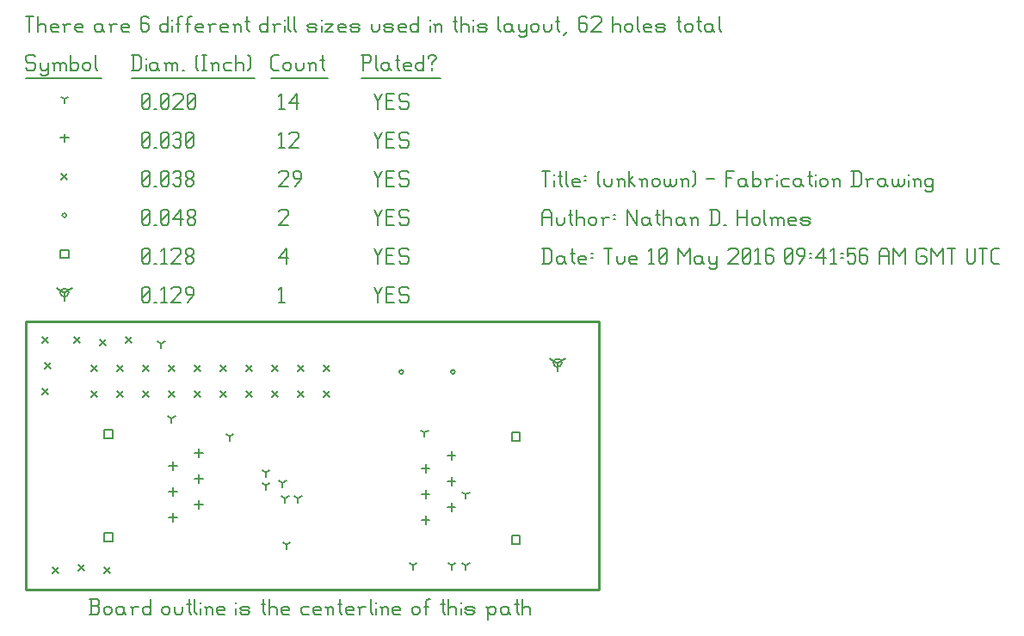
<source format=gbr>
G04 start of page 12 for group -3984 idx -3984 *
G04 Title: (unknown), fab *
G04 Creator: pcb 20140316 *
G04 CreationDate: Tue 10 May 2016 09:41:56 AM GMT UTC *
G04 For: ndholmes *
G04 Format: Gerber/RS-274X *
G04 PCB-Dimensions (mil): 2220.00 1040.00 *
G04 PCB-Coordinate-Origin: lower left *
%MOIN*%
%FSLAX25Y25*%
%LNFAB*%
%ADD89C,0.0100*%
%ADD88C,0.0075*%
%ADD87C,0.0060*%
%ADD86C,0.0001*%
%ADD85R,0.0080X0.0080*%
G54D85*X206000Y88000D02*Y84800D01*
G54D86*G36*
X205454Y88147D02*X208920Y90146D01*
X209320Y89453D01*
X205853Y87454D01*
X205454Y88147D01*
G37*
G36*
X206147Y87454D02*X202680Y89453D01*
X203080Y90146D01*
X206546Y88147D01*
X206147Y87454D01*
G37*
G54D85*X204400Y88000D02*G75*G03X207600Y88000I1600J0D01*G01*
G75*G03X204400Y88000I-1600J0D01*G01*
X15000Y115250D02*Y112050D01*
G54D86*G36*
X14454Y115397D02*X17920Y117396D01*
X18320Y116703D01*
X14853Y114704D01*
X14454Y115397D01*
G37*
G36*
X15147Y114704D02*X11680Y116703D01*
X12080Y117396D01*
X15546Y115397D01*
X15147Y114704D01*
G37*
G54D85*X13400Y115250D02*G75*G03X16600Y115250I1600J0D01*G01*
G75*G03X13400Y115250I-1600J0D01*G01*
G54D87*X135000Y117500D02*X136500Y114500D01*
X138000Y117500D01*
X136500Y114500D02*Y111500D01*
X139800Y114800D02*X142050D01*
X139800Y111500D02*X142800D01*
X139800Y117500D02*Y111500D01*
Y117500D02*X142800D01*
X147600D02*X148350Y116750D01*
X145350Y117500D02*X147600D01*
X144600Y116750D02*X145350Y117500D01*
X144600Y116750D02*Y115250D01*
X145350Y114500D01*
X147600D01*
X148350Y113750D01*
Y112250D01*
X147600Y111500D02*X148350Y112250D01*
X145350Y111500D02*X147600D01*
X144600Y112250D02*X145350Y111500D01*
X98000Y116300D02*X99200Y117500D01*
Y111500D01*
X98000D02*X100250D01*
X45000Y112250D02*X45750Y111500D01*
X45000Y116750D02*Y112250D01*
Y116750D02*X45750Y117500D01*
X47250D01*
X48000Y116750D01*
Y112250D01*
X47250Y111500D02*X48000Y112250D01*
X45750Y111500D02*X47250D01*
X45000Y113000D02*X48000Y116000D01*
X49800Y111500D02*X50550D01*
X52350Y116300D02*X53550Y117500D01*
Y111500D01*
X52350D02*X54600D01*
X56400Y116750D02*X57150Y117500D01*
X59400D01*
X60150Y116750D01*
Y115250D01*
X56400Y111500D02*X60150Y115250D01*
X56400Y111500D02*X60150D01*
X62700D02*X64950Y114500D01*
Y116750D02*Y114500D01*
X64200Y117500D02*X64950Y116750D01*
X62700Y117500D02*X64200D01*
X61950Y116750D02*X62700Y117500D01*
X61950Y116750D02*Y115250D01*
X62700Y114500D01*
X64950D01*
X188325Y21100D02*X191525D01*
X188325D02*Y17900D01*
X191525D01*
Y21100D02*Y17900D01*
X188325Y61100D02*X191525D01*
X188325D02*Y57900D01*
X191525D01*
Y61100D02*Y57900D01*
X30400Y62100D02*X33600D01*
X30400D02*Y58900D01*
X33600D01*
Y62100D02*Y58900D01*
X30400Y22100D02*X33600D01*
X30400D02*Y18900D01*
X33600D01*
Y22100D02*Y18900D01*
X13400Y131850D02*X16600D01*
X13400D02*Y128650D01*
X16600D01*
Y131850D02*Y128650D01*
X135000Y132500D02*X136500Y129500D01*
X138000Y132500D01*
X136500Y129500D02*Y126500D01*
X139800Y129800D02*X142050D01*
X139800Y126500D02*X142800D01*
X139800Y132500D02*Y126500D01*
Y132500D02*X142800D01*
X147600D02*X148350Y131750D01*
X145350Y132500D02*X147600D01*
X144600Y131750D02*X145350Y132500D01*
X144600Y131750D02*Y130250D01*
X145350Y129500D01*
X147600D01*
X148350Y128750D01*
Y127250D01*
X147600Y126500D02*X148350Y127250D01*
X145350Y126500D02*X147600D01*
X144600Y127250D02*X145350Y126500D01*
X98000Y128750D02*X101000Y132500D01*
X98000Y128750D02*X101750D01*
X101000Y132500D02*Y126500D01*
X45000Y127250D02*X45750Y126500D01*
X45000Y131750D02*Y127250D01*
Y131750D02*X45750Y132500D01*
X47250D01*
X48000Y131750D01*
Y127250D01*
X47250Y126500D02*X48000Y127250D01*
X45750Y126500D02*X47250D01*
X45000Y128000D02*X48000Y131000D01*
X49800Y126500D02*X50550D01*
X52350Y131300D02*X53550Y132500D01*
Y126500D01*
X52350D02*X54600D01*
X56400Y131750D02*X57150Y132500D01*
X59400D01*
X60150Y131750D01*
Y130250D01*
X56400Y126500D02*X60150Y130250D01*
X56400Y126500D02*X60150D01*
X61950Y127250D02*X62700Y126500D01*
X61950Y128450D02*Y127250D01*
Y128450D02*X63000Y129500D01*
X63900D01*
X64950Y128450D01*
Y127250D01*
X64200Y126500D02*X64950Y127250D01*
X62700Y126500D02*X64200D01*
X61950Y130550D02*X63000Y129500D01*
X61950Y131750D02*Y130550D01*
Y131750D02*X62700Y132500D01*
X64200D01*
X64950Y131750D01*
Y130550D01*
X63900Y129500D02*X64950Y130550D01*
X164700Y84500D02*G75*G03X166300Y84500I800J0D01*G01*
G75*G03X164700Y84500I-800J0D01*G01*
X144700D02*G75*G03X146300Y84500I800J0D01*G01*
G75*G03X144700Y84500I-800J0D01*G01*
X14200Y145250D02*G75*G03X15800Y145250I800J0D01*G01*
G75*G03X14200Y145250I-800J0D01*G01*
X135000Y147500D02*X136500Y144500D01*
X138000Y147500D01*
X136500Y144500D02*Y141500D01*
X139800Y144800D02*X142050D01*
X139800Y141500D02*X142800D01*
X139800Y147500D02*Y141500D01*
Y147500D02*X142800D01*
X147600D02*X148350Y146750D01*
X145350Y147500D02*X147600D01*
X144600Y146750D02*X145350Y147500D01*
X144600Y146750D02*Y145250D01*
X145350Y144500D01*
X147600D01*
X148350Y143750D01*
Y142250D01*
X147600Y141500D02*X148350Y142250D01*
X145350Y141500D02*X147600D01*
X144600Y142250D02*X145350Y141500D01*
X98000Y146750D02*X98750Y147500D01*
X101000D01*
X101750Y146750D01*
Y145250D01*
X98000Y141500D02*X101750Y145250D01*
X98000Y141500D02*X101750D01*
X45000Y142250D02*X45750Y141500D01*
X45000Y146750D02*Y142250D01*
Y146750D02*X45750Y147500D01*
X47250D01*
X48000Y146750D01*
Y142250D01*
X47250Y141500D02*X48000Y142250D01*
X45750Y141500D02*X47250D01*
X45000Y143000D02*X48000Y146000D01*
X49800Y141500D02*X50550D01*
X52350Y142250D02*X53100Y141500D01*
X52350Y146750D02*Y142250D01*
Y146750D02*X53100Y147500D01*
X54600D01*
X55350Y146750D01*
Y142250D01*
X54600Y141500D02*X55350Y142250D01*
X53100Y141500D02*X54600D01*
X52350Y143000D02*X55350Y146000D01*
X57150Y143750D02*X60150Y147500D01*
X57150Y143750D02*X60900D01*
X60150Y147500D02*Y141500D01*
X62700Y142250D02*X63450Y141500D01*
X62700Y143450D02*Y142250D01*
Y143450D02*X63750Y144500D01*
X64650D01*
X65700Y143450D01*
Y142250D01*
X64950Y141500D02*X65700Y142250D01*
X63450Y141500D02*X64950D01*
X62700Y145550D02*X63750Y144500D01*
X62700Y146750D02*Y145550D01*
Y146750D02*X63450Y147500D01*
X64950D01*
X65700Y146750D01*
Y145550D01*
X64650Y144500D02*X65700Y145550D01*
X25300Y77200D02*X27700Y74800D01*
X25300D02*X27700Y77200D01*
X35300D02*X37700Y74800D01*
X35300D02*X37700Y77200D01*
X45300D02*X47700Y74800D01*
X45300D02*X47700Y77200D01*
X55300D02*X57700Y74800D01*
X55300D02*X57700Y77200D01*
X65300D02*X67700Y74800D01*
X65300D02*X67700Y77200D01*
X75300D02*X77700Y74800D01*
X75300D02*X77700Y77200D01*
X85300D02*X87700Y74800D01*
X85300D02*X87700Y77200D01*
X95300D02*X97700Y74800D01*
X95300D02*X97700Y77200D01*
X105300D02*X107700Y74800D01*
X105300D02*X107700Y77200D01*
X115300D02*X117700Y74800D01*
X115300D02*X117700Y77200D01*
X25300Y87200D02*X27700Y84800D01*
X25300D02*X27700Y87200D01*
X35300D02*X37700Y84800D01*
X35300D02*X37700Y87200D01*
X45300D02*X47700Y84800D01*
X45300D02*X47700Y87200D01*
X55300D02*X57700Y84800D01*
X55300D02*X57700Y87200D01*
X65300D02*X67700Y84800D01*
X65300D02*X67700Y87200D01*
X75300D02*X77700Y84800D01*
X75300D02*X77700Y87200D01*
X85300D02*X87700Y84800D01*
X85300D02*X87700Y87200D01*
X95300D02*X97700Y84800D01*
X95300D02*X97700Y87200D01*
X105300D02*X107700Y84800D01*
X105300D02*X107700Y87200D01*
X115300D02*X117700Y84800D01*
X115300D02*X117700Y87200D01*
X38800Y98200D02*X41200Y95800D01*
X38800D02*X41200Y98200D01*
X28800Y97200D02*X31200Y94800D01*
X28800D02*X31200Y97200D01*
X18800Y98200D02*X21200Y95800D01*
X18800D02*X21200Y98200D01*
X6300Y78200D02*X8700Y75800D01*
X6300D02*X8700Y78200D01*
X7300Y88200D02*X9700Y85800D01*
X7300D02*X9700Y88200D01*
X6300Y98200D02*X8700Y95800D01*
X6300D02*X8700Y98200D01*
X10300Y8700D02*X12700Y6300D01*
X10300D02*X12700Y8700D01*
X20300Y9700D02*X22700Y7300D01*
X20300D02*X22700Y9700D01*
X30300Y8700D02*X32700Y6300D01*
X30300D02*X32700Y8700D01*
X13800Y161450D02*X16200Y159050D01*
X13800D02*X16200Y161450D01*
X135000Y162500D02*X136500Y159500D01*
X138000Y162500D01*
X136500Y159500D02*Y156500D01*
X139800Y159800D02*X142050D01*
X139800Y156500D02*X142800D01*
X139800Y162500D02*Y156500D01*
Y162500D02*X142800D01*
X147600D02*X148350Y161750D01*
X145350Y162500D02*X147600D01*
X144600Y161750D02*X145350Y162500D01*
X144600Y161750D02*Y160250D01*
X145350Y159500D01*
X147600D01*
X148350Y158750D01*
Y157250D01*
X147600Y156500D02*X148350Y157250D01*
X145350Y156500D02*X147600D01*
X144600Y157250D02*X145350Y156500D01*
X98000Y161750D02*X98750Y162500D01*
X101000D01*
X101750Y161750D01*
Y160250D01*
X98000Y156500D02*X101750Y160250D01*
X98000Y156500D02*X101750D01*
X104300D02*X106550Y159500D01*
Y161750D02*Y159500D01*
X105800Y162500D02*X106550Y161750D01*
X104300Y162500D02*X105800D01*
X103550Y161750D02*X104300Y162500D01*
X103550Y161750D02*Y160250D01*
X104300Y159500D01*
X106550D01*
X45000Y157250D02*X45750Y156500D01*
X45000Y161750D02*Y157250D01*
Y161750D02*X45750Y162500D01*
X47250D01*
X48000Y161750D01*
Y157250D01*
X47250Y156500D02*X48000Y157250D01*
X45750Y156500D02*X47250D01*
X45000Y158000D02*X48000Y161000D01*
X49800Y156500D02*X50550D01*
X52350Y157250D02*X53100Y156500D01*
X52350Y161750D02*Y157250D01*
Y161750D02*X53100Y162500D01*
X54600D01*
X55350Y161750D01*
Y157250D01*
X54600Y156500D02*X55350Y157250D01*
X53100Y156500D02*X54600D01*
X52350Y158000D02*X55350Y161000D01*
X57150Y161750D02*X57900Y162500D01*
X59400D01*
X60150Y161750D01*
X59400Y156500D02*X60150Y157250D01*
X57900Y156500D02*X59400D01*
X57150Y157250D02*X57900Y156500D01*
Y159800D02*X59400D01*
X60150Y161750D02*Y160550D01*
Y159050D02*Y157250D01*
Y159050D02*X59400Y159800D01*
X60150Y160550D02*X59400Y159800D01*
X61950Y157250D02*X62700Y156500D01*
X61950Y158450D02*Y157250D01*
Y158450D02*X63000Y159500D01*
X63900D01*
X64950Y158450D01*
Y157250D01*
X64200Y156500D02*X64950Y157250D01*
X62700Y156500D02*X64200D01*
X61950Y160550D02*X63000Y159500D01*
X61950Y161750D02*Y160550D01*
Y161750D02*X62700Y162500D01*
X64200D01*
X64950Y161750D01*
Y160550D01*
X63900Y159500D02*X64950Y160550D01*
X154925Y28600D02*Y25400D01*
X153325Y27000D02*X156525D01*
X164925Y33600D02*Y30400D01*
X163325Y32000D02*X166525D01*
X154925Y38600D02*Y35400D01*
X153325Y37000D02*X156525D01*
X164925Y43600D02*Y40400D01*
X163325Y42000D02*X166525D01*
X154925Y48600D02*Y45400D01*
X153325Y47000D02*X156525D01*
X164925Y53600D02*Y50400D01*
X163325Y52000D02*X166525D01*
X67000Y54600D02*Y51400D01*
X65400Y53000D02*X68600D01*
X57000Y49600D02*Y46400D01*
X55400Y48000D02*X58600D01*
X67000Y44600D02*Y41400D01*
X65400Y43000D02*X68600D01*
X57000Y39600D02*Y36400D01*
X55400Y38000D02*X58600D01*
X67000Y34600D02*Y31400D01*
X65400Y33000D02*X68600D01*
X57000Y29600D02*Y26400D01*
X55400Y28000D02*X58600D01*
X15000Y176850D02*Y173650D01*
X13400Y175250D02*X16600D01*
X135000Y177500D02*X136500Y174500D01*
X138000Y177500D01*
X136500Y174500D02*Y171500D01*
X139800Y174800D02*X142050D01*
X139800Y171500D02*X142800D01*
X139800Y177500D02*Y171500D01*
Y177500D02*X142800D01*
X147600D02*X148350Y176750D01*
X145350Y177500D02*X147600D01*
X144600Y176750D02*X145350Y177500D01*
X144600Y176750D02*Y175250D01*
X145350Y174500D01*
X147600D01*
X148350Y173750D01*
Y172250D01*
X147600Y171500D02*X148350Y172250D01*
X145350Y171500D02*X147600D01*
X144600Y172250D02*X145350Y171500D01*
X98000Y176300D02*X99200Y177500D01*
Y171500D01*
X98000D02*X100250D01*
X102050Y176750D02*X102800Y177500D01*
X105050D01*
X105800Y176750D01*
Y175250D01*
X102050Y171500D02*X105800Y175250D01*
X102050Y171500D02*X105800D01*
X45000Y172250D02*X45750Y171500D01*
X45000Y176750D02*Y172250D01*
Y176750D02*X45750Y177500D01*
X47250D01*
X48000Y176750D01*
Y172250D01*
X47250Y171500D02*X48000Y172250D01*
X45750Y171500D02*X47250D01*
X45000Y173000D02*X48000Y176000D01*
X49800Y171500D02*X50550D01*
X52350Y172250D02*X53100Y171500D01*
X52350Y176750D02*Y172250D01*
Y176750D02*X53100Y177500D01*
X54600D01*
X55350Y176750D01*
Y172250D01*
X54600Y171500D02*X55350Y172250D01*
X53100Y171500D02*X54600D01*
X52350Y173000D02*X55350Y176000D01*
X57150Y176750D02*X57900Y177500D01*
X59400D01*
X60150Y176750D01*
X59400Y171500D02*X60150Y172250D01*
X57900Y171500D02*X59400D01*
X57150Y172250D02*X57900Y171500D01*
Y174800D02*X59400D01*
X60150Y176750D02*Y175550D01*
Y174050D02*Y172250D01*
Y174050D02*X59400Y174800D01*
X60150Y175550D02*X59400Y174800D01*
X61950Y172250D02*X62700Y171500D01*
X61950Y176750D02*Y172250D01*
Y176750D02*X62700Y177500D01*
X64200D01*
X64950Y176750D01*
Y172250D01*
X64200Y171500D02*X64950Y172250D01*
X62700Y171500D02*X64200D01*
X61950Y173000D02*X64950Y176000D01*
X154500Y61000D02*Y59400D01*
Y61000D02*X155887Y61800D01*
X154500Y61000D02*X153113Y61800D01*
X105500Y35500D02*Y33900D01*
Y35500D02*X106887Y36300D01*
X105500Y35500D02*X104113Y36300D01*
X101000Y17500D02*Y15900D01*
Y17500D02*X102387Y18300D01*
X101000Y17500D02*X99613Y18300D01*
X150000Y9500D02*Y7900D01*
Y9500D02*X151387Y10300D01*
X150000Y9500D02*X148613Y10300D01*
X52500Y95500D02*Y93900D01*
Y95500D02*X53887Y96300D01*
X52500Y95500D02*X51113Y96300D01*
X56500Y66500D02*Y64900D01*
Y66500D02*X57887Y67300D01*
X56500Y66500D02*X55113Y67300D01*
X100500Y35500D02*Y33900D01*
Y35500D02*X101887Y36300D01*
X100500Y35500D02*X99113Y36300D01*
X170500Y37000D02*Y35400D01*
Y37000D02*X171887Y37800D01*
X170500Y37000D02*X169113Y37800D01*
X165000Y9500D02*Y7900D01*
Y9500D02*X166387Y10300D01*
X165000Y9500D02*X163613Y10300D01*
X170500Y9500D02*Y7900D01*
Y9500D02*X171887Y10300D01*
X170500Y9500D02*X169113Y10300D01*
X99500Y41500D02*Y39900D01*
Y41500D02*X100887Y42300D01*
X99500Y41500D02*X98113Y42300D01*
X93000Y40500D02*Y38900D01*
Y40500D02*X94387Y41300D01*
X93000Y40500D02*X91613Y41300D01*
X93000Y45500D02*Y43900D01*
Y45500D02*X94387Y46300D01*
X93000Y45500D02*X91613Y46300D01*
X79000Y59500D02*Y57900D01*
Y59500D02*X80387Y60300D01*
X79000Y59500D02*X77613Y60300D01*
X15000Y190250D02*Y188650D01*
Y190250D02*X16387Y191050D01*
X15000Y190250D02*X13613Y191050D01*
X135000Y192500D02*X136500Y189500D01*
X138000Y192500D01*
X136500Y189500D02*Y186500D01*
X139800Y189800D02*X142050D01*
X139800Y186500D02*X142800D01*
X139800Y192500D02*Y186500D01*
Y192500D02*X142800D01*
X147600D02*X148350Y191750D01*
X145350Y192500D02*X147600D01*
X144600Y191750D02*X145350Y192500D01*
X144600Y191750D02*Y190250D01*
X145350Y189500D01*
X147600D01*
X148350Y188750D01*
Y187250D01*
X147600Y186500D02*X148350Y187250D01*
X145350Y186500D02*X147600D01*
X144600Y187250D02*X145350Y186500D01*
X98000Y191300D02*X99200Y192500D01*
Y186500D01*
X98000D02*X100250D01*
X102050Y188750D02*X105050Y192500D01*
X102050Y188750D02*X105800D01*
X105050Y192500D02*Y186500D01*
X45000Y187250D02*X45750Y186500D01*
X45000Y191750D02*Y187250D01*
Y191750D02*X45750Y192500D01*
X47250D01*
X48000Y191750D01*
Y187250D01*
X47250Y186500D02*X48000Y187250D01*
X45750Y186500D02*X47250D01*
X45000Y188000D02*X48000Y191000D01*
X49800Y186500D02*X50550D01*
X52350Y187250D02*X53100Y186500D01*
X52350Y191750D02*Y187250D01*
Y191750D02*X53100Y192500D01*
X54600D01*
X55350Y191750D01*
Y187250D01*
X54600Y186500D02*X55350Y187250D01*
X53100Y186500D02*X54600D01*
X52350Y188000D02*X55350Y191000D01*
X57150Y191750D02*X57900Y192500D01*
X60150D01*
X60900Y191750D01*
Y190250D01*
X57150Y186500D02*X60900Y190250D01*
X57150Y186500D02*X60900D01*
X62700Y187250D02*X63450Y186500D01*
X62700Y191750D02*Y187250D01*
Y191750D02*X63450Y192500D01*
X64950D01*
X65700Y191750D01*
Y187250D01*
X64950Y186500D02*X65700Y187250D01*
X63450Y186500D02*X64950D01*
X62700Y188000D02*X65700Y191000D01*
X3000Y207500D02*X3750Y206750D01*
X750Y207500D02*X3000D01*
X0Y206750D02*X750Y207500D01*
X0Y206750D02*Y205250D01*
X750Y204500D01*
X3000D01*
X3750Y203750D01*
Y202250D01*
X3000Y201500D02*X3750Y202250D01*
X750Y201500D02*X3000D01*
X0Y202250D02*X750Y201500D01*
X5550Y204500D02*Y202250D01*
X6300Y201500D01*
X8550Y204500D02*Y200000D01*
X7800Y199250D02*X8550Y200000D01*
X6300Y199250D02*X7800D01*
X5550Y200000D02*X6300Y199250D01*
Y201500D02*X7800D01*
X8550Y202250D01*
X11100Y203750D02*Y201500D01*
Y203750D02*X11850Y204500D01*
X12600D01*
X13350Y203750D01*
Y201500D01*
Y203750D02*X14100Y204500D01*
X14850D01*
X15600Y203750D01*
Y201500D01*
X10350Y204500D02*X11100Y203750D01*
X17400Y207500D02*Y201500D01*
Y202250D02*X18150Y201500D01*
X19650D01*
X20400Y202250D01*
Y203750D02*Y202250D01*
X19650Y204500D02*X20400Y203750D01*
X18150Y204500D02*X19650D01*
X17400Y203750D02*X18150Y204500D01*
X22200Y203750D02*Y202250D01*
Y203750D02*X22950Y204500D01*
X24450D01*
X25200Y203750D01*
Y202250D01*
X24450Y201500D02*X25200Y202250D01*
X22950Y201500D02*X24450D01*
X22200Y202250D02*X22950Y201500D01*
X27000Y207500D02*Y202250D01*
X27750Y201500D01*
X0Y198250D02*X29250D01*
X41750Y207500D02*Y201500D01*
X43700Y207500D02*X44750Y206450D01*
Y202550D01*
X43700Y201500D02*X44750Y202550D01*
X41000Y201500D02*X43700D01*
X41000Y207500D02*X43700D01*
G54D88*X46550Y206000D02*Y205850D01*
G54D87*Y203750D02*Y201500D01*
X50300Y204500D02*X51050Y203750D01*
X48800Y204500D02*X50300D01*
X48050Y203750D02*X48800Y204500D01*
X48050Y203750D02*Y202250D01*
X48800Y201500D01*
X51050Y204500D02*Y202250D01*
X51800Y201500D01*
X48800D02*X50300D01*
X51050Y202250D01*
X54350Y203750D02*Y201500D01*
Y203750D02*X55100Y204500D01*
X55850D01*
X56600Y203750D01*
Y201500D01*
Y203750D02*X57350Y204500D01*
X58100D01*
X58850Y203750D01*
Y201500D01*
X53600Y204500D02*X54350Y203750D01*
X60650Y201500D02*X61400D01*
X65900Y202250D02*X66650Y201500D01*
X65900Y206750D02*X66650Y207500D01*
X65900Y206750D02*Y202250D01*
X68450Y207500D02*X69950D01*
X69200D02*Y201500D01*
X68450D02*X69950D01*
X72500Y203750D02*Y201500D01*
Y203750D02*X73250Y204500D01*
X74000D01*
X74750Y203750D01*
Y201500D01*
X71750Y204500D02*X72500Y203750D01*
X77300Y204500D02*X79550D01*
X76550Y203750D02*X77300Y204500D01*
X76550Y203750D02*Y202250D01*
X77300Y201500D01*
X79550D01*
X81350Y207500D02*Y201500D01*
Y203750D02*X82100Y204500D01*
X83600D01*
X84350Y203750D01*
Y201500D01*
X86150Y207500D02*X86900Y206750D01*
Y202250D01*
X86150Y201500D02*X86900Y202250D01*
X41000Y198250D02*X88700D01*
X96050Y201500D02*X98000D01*
X95000Y202550D02*X96050Y201500D01*
X95000Y206450D02*Y202550D01*
Y206450D02*X96050Y207500D01*
X98000D01*
X99800Y203750D02*Y202250D01*
Y203750D02*X100550Y204500D01*
X102050D01*
X102800Y203750D01*
Y202250D01*
X102050Y201500D02*X102800Y202250D01*
X100550Y201500D02*X102050D01*
X99800Y202250D02*X100550Y201500D01*
X104600Y204500D02*Y202250D01*
X105350Y201500D01*
X106850D01*
X107600Y202250D01*
Y204500D02*Y202250D01*
X110150Y203750D02*Y201500D01*
Y203750D02*X110900Y204500D01*
X111650D01*
X112400Y203750D01*
Y201500D01*
X109400Y204500D02*X110150Y203750D01*
X114950Y207500D02*Y202250D01*
X115700Y201500D01*
X114200Y205250D02*X115700D01*
X95000Y198250D02*X117200D01*
X130750Y207500D02*Y201500D01*
X130000Y207500D02*X133000D01*
X133750Y206750D01*
Y205250D01*
X133000Y204500D02*X133750Y205250D01*
X130750Y204500D02*X133000D01*
X135550Y207500D02*Y202250D01*
X136300Y201500D01*
X140050Y204500D02*X140800Y203750D01*
X138550Y204500D02*X140050D01*
X137800Y203750D02*X138550Y204500D01*
X137800Y203750D02*Y202250D01*
X138550Y201500D01*
X140800Y204500D02*Y202250D01*
X141550Y201500D01*
X138550D02*X140050D01*
X140800Y202250D01*
X144100Y207500D02*Y202250D01*
X144850Y201500D01*
X143350Y205250D02*X144850D01*
X147100Y201500D02*X149350D01*
X146350Y202250D02*X147100Y201500D01*
X146350Y203750D02*Y202250D01*
Y203750D02*X147100Y204500D01*
X148600D01*
X149350Y203750D01*
X146350Y203000D02*X149350D01*
Y203750D02*Y203000D01*
X154150Y207500D02*Y201500D01*
X153400D02*X154150Y202250D01*
X151900Y201500D02*X153400D01*
X151150Y202250D02*X151900Y201500D01*
X151150Y203750D02*Y202250D01*
Y203750D02*X151900Y204500D01*
X153400D01*
X154150Y203750D01*
X157450Y204500D02*Y203750D01*
Y202250D02*Y201500D01*
X155950Y206750D02*Y206000D01*
Y206750D02*X156700Y207500D01*
X158200D01*
X158950Y206750D01*
Y206000D01*
X157450Y204500D02*X158950Y206000D01*
X130000Y198250D02*X160750D01*
X0Y222500D02*X3000D01*
X1500D02*Y216500D01*
X4800Y222500D02*Y216500D01*
Y218750D02*X5550Y219500D01*
X7050D01*
X7800Y218750D01*
Y216500D01*
X10350D02*X12600D01*
X9600Y217250D02*X10350Y216500D01*
X9600Y218750D02*Y217250D01*
Y218750D02*X10350Y219500D01*
X11850D01*
X12600Y218750D01*
X9600Y218000D02*X12600D01*
Y218750D02*Y218000D01*
X15150Y218750D02*Y216500D01*
Y218750D02*X15900Y219500D01*
X17400D01*
X14400D02*X15150Y218750D01*
X19950Y216500D02*X22200D01*
X19200Y217250D02*X19950Y216500D01*
X19200Y218750D02*Y217250D01*
Y218750D02*X19950Y219500D01*
X21450D01*
X22200Y218750D01*
X19200Y218000D02*X22200D01*
Y218750D02*Y218000D01*
X28950Y219500D02*X29700Y218750D01*
X27450Y219500D02*X28950D01*
X26700Y218750D02*X27450Y219500D01*
X26700Y218750D02*Y217250D01*
X27450Y216500D01*
X29700Y219500D02*Y217250D01*
X30450Y216500D01*
X27450D02*X28950D01*
X29700Y217250D01*
X33000Y218750D02*Y216500D01*
Y218750D02*X33750Y219500D01*
X35250D01*
X32250D02*X33000Y218750D01*
X37800Y216500D02*X40050D01*
X37050Y217250D02*X37800Y216500D01*
X37050Y218750D02*Y217250D01*
Y218750D02*X37800Y219500D01*
X39300D01*
X40050Y218750D01*
X37050Y218000D02*X40050D01*
Y218750D02*Y218000D01*
X46800Y222500D02*X47550Y221750D01*
X45300Y222500D02*X46800D01*
X44550Y221750D02*X45300Y222500D01*
X44550Y221750D02*Y217250D01*
X45300Y216500D01*
X46800Y219800D02*X47550Y219050D01*
X44550Y219800D02*X46800D01*
X45300Y216500D02*X46800D01*
X47550Y217250D01*
Y219050D02*Y217250D01*
X55050Y222500D02*Y216500D01*
X54300D02*X55050Y217250D01*
X52800Y216500D02*X54300D01*
X52050Y217250D02*X52800Y216500D01*
X52050Y218750D02*Y217250D01*
Y218750D02*X52800Y219500D01*
X54300D01*
X55050Y218750D01*
G54D88*X56850Y221000D02*Y220850D01*
G54D87*Y218750D02*Y216500D01*
X59100Y221750D02*Y216500D01*
Y221750D02*X59850Y222500D01*
X60600D01*
X58350Y219500D02*X59850D01*
X62850Y221750D02*Y216500D01*
Y221750D02*X63600Y222500D01*
X64350D01*
X62100Y219500D02*X63600D01*
X66600Y216500D02*X68850D01*
X65850Y217250D02*X66600Y216500D01*
X65850Y218750D02*Y217250D01*
Y218750D02*X66600Y219500D01*
X68100D01*
X68850Y218750D01*
X65850Y218000D02*X68850D01*
Y218750D02*Y218000D01*
X71400Y218750D02*Y216500D01*
Y218750D02*X72150Y219500D01*
X73650D01*
X70650D02*X71400Y218750D01*
X76200Y216500D02*X78450D01*
X75450Y217250D02*X76200Y216500D01*
X75450Y218750D02*Y217250D01*
Y218750D02*X76200Y219500D01*
X77700D01*
X78450Y218750D01*
X75450Y218000D02*X78450D01*
Y218750D02*Y218000D01*
X81000Y218750D02*Y216500D01*
Y218750D02*X81750Y219500D01*
X82500D01*
X83250Y218750D01*
Y216500D01*
X80250Y219500D02*X81000Y218750D01*
X85800Y222500D02*Y217250D01*
X86550Y216500D01*
X85050Y220250D02*X86550D01*
X93750Y222500D02*Y216500D01*
X93000D02*X93750Y217250D01*
X91500Y216500D02*X93000D01*
X90750Y217250D02*X91500Y216500D01*
X90750Y218750D02*Y217250D01*
Y218750D02*X91500Y219500D01*
X93000D01*
X93750Y218750D01*
X96300D02*Y216500D01*
Y218750D02*X97050Y219500D01*
X98550D01*
X95550D02*X96300Y218750D01*
G54D88*X100350Y221000D02*Y220850D01*
G54D87*Y218750D02*Y216500D01*
X101850Y222500D02*Y217250D01*
X102600Y216500D01*
X104100Y222500D02*Y217250D01*
X104850Y216500D01*
X109800D02*X112050D01*
X112800Y217250D01*
X112050Y218000D02*X112800Y217250D01*
X109800Y218000D02*X112050D01*
X109050Y218750D02*X109800Y218000D01*
X109050Y218750D02*X109800Y219500D01*
X112050D01*
X112800Y218750D01*
X109050Y217250D02*X109800Y216500D01*
G54D88*X114600Y221000D02*Y220850D01*
G54D87*Y218750D02*Y216500D01*
X116100Y219500D02*X119100D01*
X116100Y216500D02*X119100Y219500D01*
X116100Y216500D02*X119100D01*
X121650D02*X123900D01*
X120900Y217250D02*X121650Y216500D01*
X120900Y218750D02*Y217250D01*
Y218750D02*X121650Y219500D01*
X123150D01*
X123900Y218750D01*
X120900Y218000D02*X123900D01*
Y218750D02*Y218000D01*
X126450Y216500D02*X128700D01*
X129450Y217250D01*
X128700Y218000D02*X129450Y217250D01*
X126450Y218000D02*X128700D01*
X125700Y218750D02*X126450Y218000D01*
X125700Y218750D02*X126450Y219500D01*
X128700D01*
X129450Y218750D01*
X125700Y217250D02*X126450Y216500D01*
X133950Y219500D02*Y217250D01*
X134700Y216500D01*
X136200D01*
X136950Y217250D01*
Y219500D02*Y217250D01*
X139500Y216500D02*X141750D01*
X142500Y217250D01*
X141750Y218000D02*X142500Y217250D01*
X139500Y218000D02*X141750D01*
X138750Y218750D02*X139500Y218000D01*
X138750Y218750D02*X139500Y219500D01*
X141750D01*
X142500Y218750D01*
X138750Y217250D02*X139500Y216500D01*
X145050D02*X147300D01*
X144300Y217250D02*X145050Y216500D01*
X144300Y218750D02*Y217250D01*
Y218750D02*X145050Y219500D01*
X146550D01*
X147300Y218750D01*
X144300Y218000D02*X147300D01*
Y218750D02*Y218000D01*
X152100Y222500D02*Y216500D01*
X151350D02*X152100Y217250D01*
X149850Y216500D02*X151350D01*
X149100Y217250D02*X149850Y216500D01*
X149100Y218750D02*Y217250D01*
Y218750D02*X149850Y219500D01*
X151350D01*
X152100Y218750D01*
G54D88*X156600Y221000D02*Y220850D01*
G54D87*Y218750D02*Y216500D01*
X158850Y218750D02*Y216500D01*
Y218750D02*X159600Y219500D01*
X160350D01*
X161100Y218750D01*
Y216500D01*
X158100Y219500D02*X158850Y218750D01*
X166350Y222500D02*Y217250D01*
X167100Y216500D01*
X165600Y220250D02*X167100D01*
X168600Y222500D02*Y216500D01*
Y218750D02*X169350Y219500D01*
X170850D01*
X171600Y218750D01*
Y216500D01*
G54D88*X173400Y221000D02*Y220850D01*
G54D87*Y218750D02*Y216500D01*
X175650D02*X177900D01*
X178650Y217250D01*
X177900Y218000D02*X178650Y217250D01*
X175650Y218000D02*X177900D01*
X174900Y218750D02*X175650Y218000D01*
X174900Y218750D02*X175650Y219500D01*
X177900D01*
X178650Y218750D01*
X174900Y217250D02*X175650Y216500D01*
X183150Y222500D02*Y217250D01*
X183900Y216500D01*
X187650Y219500D02*X188400Y218750D01*
X186150Y219500D02*X187650D01*
X185400Y218750D02*X186150Y219500D01*
X185400Y218750D02*Y217250D01*
X186150Y216500D01*
X188400Y219500D02*Y217250D01*
X189150Y216500D01*
X186150D02*X187650D01*
X188400Y217250D01*
X190950Y219500D02*Y217250D01*
X191700Y216500D01*
X193950Y219500D02*Y215000D01*
X193200Y214250D02*X193950Y215000D01*
X191700Y214250D02*X193200D01*
X190950Y215000D02*X191700Y214250D01*
Y216500D02*X193200D01*
X193950Y217250D01*
X195750Y218750D02*Y217250D01*
Y218750D02*X196500Y219500D01*
X198000D01*
X198750Y218750D01*
Y217250D01*
X198000Y216500D02*X198750Y217250D01*
X196500Y216500D02*X198000D01*
X195750Y217250D02*X196500Y216500D01*
X200550Y219500D02*Y217250D01*
X201300Y216500D01*
X202800D01*
X203550Y217250D01*
Y219500D02*Y217250D01*
X206100Y222500D02*Y217250D01*
X206850Y216500D01*
X205350Y220250D02*X206850D01*
X208350Y215000D02*X209850Y216500D01*
X216600Y222500D02*X217350Y221750D01*
X215100Y222500D02*X216600D01*
X214350Y221750D02*X215100Y222500D01*
X214350Y221750D02*Y217250D01*
X215100Y216500D01*
X216600Y219800D02*X217350Y219050D01*
X214350Y219800D02*X216600D01*
X215100Y216500D02*X216600D01*
X217350Y217250D01*
Y219050D02*Y217250D01*
X219150Y221750D02*X219900Y222500D01*
X222150D01*
X222900Y221750D01*
Y220250D01*
X219150Y216500D02*X222900Y220250D01*
X219150Y216500D02*X222900D01*
X227400Y222500D02*Y216500D01*
Y218750D02*X228150Y219500D01*
X229650D01*
X230400Y218750D01*
Y216500D01*
X232200Y218750D02*Y217250D01*
Y218750D02*X232950Y219500D01*
X234450D01*
X235200Y218750D01*
Y217250D01*
X234450Y216500D02*X235200Y217250D01*
X232950Y216500D02*X234450D01*
X232200Y217250D02*X232950Y216500D01*
X237000Y222500D02*Y217250D01*
X237750Y216500D01*
X240000D02*X242250D01*
X239250Y217250D02*X240000Y216500D01*
X239250Y218750D02*Y217250D01*
Y218750D02*X240000Y219500D01*
X241500D01*
X242250Y218750D01*
X239250Y218000D02*X242250D01*
Y218750D02*Y218000D01*
X244800Y216500D02*X247050D01*
X247800Y217250D01*
X247050Y218000D02*X247800Y217250D01*
X244800Y218000D02*X247050D01*
X244050Y218750D02*X244800Y218000D01*
X244050Y218750D02*X244800Y219500D01*
X247050D01*
X247800Y218750D01*
X244050Y217250D02*X244800Y216500D01*
X253050Y222500D02*Y217250D01*
X253800Y216500D01*
X252300Y220250D02*X253800D01*
X255300Y218750D02*Y217250D01*
Y218750D02*X256050Y219500D01*
X257550D01*
X258300Y218750D01*
Y217250D01*
X257550Y216500D02*X258300Y217250D01*
X256050Y216500D02*X257550D01*
X255300Y217250D02*X256050Y216500D01*
X260850Y222500D02*Y217250D01*
X261600Y216500D01*
X260100Y220250D02*X261600D01*
X265350Y219500D02*X266100Y218750D01*
X263850Y219500D02*X265350D01*
X263100Y218750D02*X263850Y219500D01*
X263100Y218750D02*Y217250D01*
X263850Y216500D01*
X266100Y219500D02*Y217250D01*
X266850Y216500D01*
X263850D02*X265350D01*
X266100Y217250D01*
X268650Y222500D02*Y217250D01*
X269400Y216500D01*
G54D89*X222000Y104000D02*Y0D01*
X0D01*
Y104000D01*
X222000D01*
G54D87*X24675Y-9500D02*X27675D01*
X28425Y-8750D01*
Y-6950D02*Y-8750D01*
X27675Y-6200D02*X28425Y-6950D01*
X25425Y-6200D02*X27675D01*
X25425Y-3500D02*Y-9500D01*
X24675Y-3500D02*X27675D01*
X28425Y-4250D01*
Y-5450D01*
X27675Y-6200D02*X28425Y-5450D01*
X30225Y-7250D02*Y-8750D01*
Y-7250D02*X30975Y-6500D01*
X32475D01*
X33225Y-7250D01*
Y-8750D01*
X32475Y-9500D02*X33225Y-8750D01*
X30975Y-9500D02*X32475D01*
X30225Y-8750D02*X30975Y-9500D01*
X37275Y-6500D02*X38025Y-7250D01*
X35775Y-6500D02*X37275D01*
X35025Y-7250D02*X35775Y-6500D01*
X35025Y-7250D02*Y-8750D01*
X35775Y-9500D01*
X38025Y-6500D02*Y-8750D01*
X38775Y-9500D01*
X35775D02*X37275D01*
X38025Y-8750D01*
X41325Y-7250D02*Y-9500D01*
Y-7250D02*X42075Y-6500D01*
X43575D01*
X40575D02*X41325Y-7250D01*
X48375Y-3500D02*Y-9500D01*
X47625D02*X48375Y-8750D01*
X46125Y-9500D02*X47625D01*
X45375Y-8750D02*X46125Y-9500D01*
X45375Y-7250D02*Y-8750D01*
Y-7250D02*X46125Y-6500D01*
X47625D01*
X48375Y-7250D01*
X52875D02*Y-8750D01*
Y-7250D02*X53625Y-6500D01*
X55125D01*
X55875Y-7250D01*
Y-8750D01*
X55125Y-9500D02*X55875Y-8750D01*
X53625Y-9500D02*X55125D01*
X52875Y-8750D02*X53625Y-9500D01*
X57675Y-6500D02*Y-8750D01*
X58425Y-9500D01*
X59925D01*
X60675Y-8750D01*
Y-6500D02*Y-8750D01*
X63225Y-3500D02*Y-8750D01*
X63975Y-9500D01*
X62475Y-5750D02*X63975D01*
X65475Y-3500D02*Y-8750D01*
X66225Y-9500D01*
G54D88*X67725Y-5000D02*Y-5150D01*
G54D87*Y-7250D02*Y-9500D01*
X69975Y-7250D02*Y-9500D01*
Y-7250D02*X70725Y-6500D01*
X71475D01*
X72225Y-7250D01*
Y-9500D01*
X69225Y-6500D02*X69975Y-7250D01*
X74775Y-9500D02*X77025D01*
X74025Y-8750D02*X74775Y-9500D01*
X74025Y-7250D02*Y-8750D01*
Y-7250D02*X74775Y-6500D01*
X76275D01*
X77025Y-7250D01*
X74025Y-8000D02*X77025D01*
Y-7250D02*Y-8000D01*
G54D88*X81525Y-5000D02*Y-5150D01*
G54D87*Y-7250D02*Y-9500D01*
X83775D02*X86025D01*
X86775Y-8750D01*
X86025Y-8000D02*X86775Y-8750D01*
X83775Y-8000D02*X86025D01*
X83025Y-7250D02*X83775Y-8000D01*
X83025Y-7250D02*X83775Y-6500D01*
X86025D01*
X86775Y-7250D01*
X83025Y-8750D02*X83775Y-9500D01*
X92025Y-3500D02*Y-8750D01*
X92775Y-9500D01*
X91275Y-5750D02*X92775D01*
X94275Y-3500D02*Y-9500D01*
Y-7250D02*X95025Y-6500D01*
X96525D01*
X97275Y-7250D01*
Y-9500D01*
X99825D02*X102075D01*
X99075Y-8750D02*X99825Y-9500D01*
X99075Y-7250D02*Y-8750D01*
Y-7250D02*X99825Y-6500D01*
X101325D01*
X102075Y-7250D01*
X99075Y-8000D02*X102075D01*
Y-7250D02*Y-8000D01*
X107325Y-6500D02*X109575D01*
X106575Y-7250D02*X107325Y-6500D01*
X106575Y-7250D02*Y-8750D01*
X107325Y-9500D01*
X109575D01*
X112125D02*X114375D01*
X111375Y-8750D02*X112125Y-9500D01*
X111375Y-7250D02*Y-8750D01*
Y-7250D02*X112125Y-6500D01*
X113625D01*
X114375Y-7250D01*
X111375Y-8000D02*X114375D01*
Y-7250D02*Y-8000D01*
X116925Y-7250D02*Y-9500D01*
Y-7250D02*X117675Y-6500D01*
X118425D01*
X119175Y-7250D01*
Y-9500D01*
X116175Y-6500D02*X116925Y-7250D01*
X121725Y-3500D02*Y-8750D01*
X122475Y-9500D01*
X120975Y-5750D02*X122475D01*
X124725Y-9500D02*X126975D01*
X123975Y-8750D02*X124725Y-9500D01*
X123975Y-7250D02*Y-8750D01*
Y-7250D02*X124725Y-6500D01*
X126225D01*
X126975Y-7250D01*
X123975Y-8000D02*X126975D01*
Y-7250D02*Y-8000D01*
X129525Y-7250D02*Y-9500D01*
Y-7250D02*X130275Y-6500D01*
X131775D01*
X128775D02*X129525Y-7250D01*
X133575Y-3500D02*Y-8750D01*
X134325Y-9500D01*
G54D88*X135825Y-5000D02*Y-5150D01*
G54D87*Y-7250D02*Y-9500D01*
X138075Y-7250D02*Y-9500D01*
Y-7250D02*X138825Y-6500D01*
X139575D01*
X140325Y-7250D01*
Y-9500D01*
X137325Y-6500D02*X138075Y-7250D01*
X142875Y-9500D02*X145125D01*
X142125Y-8750D02*X142875Y-9500D01*
X142125Y-7250D02*Y-8750D01*
Y-7250D02*X142875Y-6500D01*
X144375D01*
X145125Y-7250D01*
X142125Y-8000D02*X145125D01*
Y-7250D02*Y-8000D01*
X149625Y-7250D02*Y-8750D01*
Y-7250D02*X150375Y-6500D01*
X151875D01*
X152625Y-7250D01*
Y-8750D01*
X151875Y-9500D02*X152625Y-8750D01*
X150375Y-9500D02*X151875D01*
X149625Y-8750D02*X150375Y-9500D01*
X155175Y-4250D02*Y-9500D01*
Y-4250D02*X155925Y-3500D01*
X156675D01*
X154425Y-6500D02*X155925D01*
X161625Y-3500D02*Y-8750D01*
X162375Y-9500D01*
X160875Y-5750D02*X162375D01*
X163875Y-3500D02*Y-9500D01*
Y-7250D02*X164625Y-6500D01*
X166125D01*
X166875Y-7250D01*
Y-9500D01*
G54D88*X168675Y-5000D02*Y-5150D01*
G54D87*Y-7250D02*Y-9500D01*
X170925D02*X173175D01*
X173925Y-8750D01*
X173175Y-8000D02*X173925Y-8750D01*
X170925Y-8000D02*X173175D01*
X170175Y-7250D02*X170925Y-8000D01*
X170175Y-7250D02*X170925Y-6500D01*
X173175D01*
X173925Y-7250D01*
X170175Y-8750D02*X170925Y-9500D01*
X179175Y-7250D02*Y-11750D01*
X178425Y-6500D02*X179175Y-7250D01*
X179925Y-6500D01*
X181425D01*
X182175Y-7250D01*
Y-8750D01*
X181425Y-9500D02*X182175Y-8750D01*
X179925Y-9500D02*X181425D01*
X179175Y-8750D02*X179925Y-9500D01*
X186225Y-6500D02*X186975Y-7250D01*
X184725Y-6500D02*X186225D01*
X183975Y-7250D02*X184725Y-6500D01*
X183975Y-7250D02*Y-8750D01*
X184725Y-9500D01*
X186975Y-6500D02*Y-8750D01*
X187725Y-9500D01*
X184725D02*X186225D01*
X186975Y-8750D01*
X190275Y-3500D02*Y-8750D01*
X191025Y-9500D01*
X189525Y-5750D02*X191025D01*
X192525Y-3500D02*Y-9500D01*
Y-7250D02*X193275Y-6500D01*
X194775D01*
X195525Y-7250D01*
Y-9500D01*
X200750Y132500D02*Y126500D01*
X202700Y132500D02*X203750Y131450D01*
Y127550D01*
X202700Y126500D02*X203750Y127550D01*
X200000Y126500D02*X202700D01*
X200000Y132500D02*X202700D01*
X207800Y129500D02*X208550Y128750D01*
X206300Y129500D02*X207800D01*
X205550Y128750D02*X206300Y129500D01*
X205550Y128750D02*Y127250D01*
X206300Y126500D01*
X208550Y129500D02*Y127250D01*
X209300Y126500D01*
X206300D02*X207800D01*
X208550Y127250D01*
X211850Y132500D02*Y127250D01*
X212600Y126500D01*
X211100Y130250D02*X212600D01*
X214850Y126500D02*X217100D01*
X214100Y127250D02*X214850Y126500D01*
X214100Y128750D02*Y127250D01*
Y128750D02*X214850Y129500D01*
X216350D01*
X217100Y128750D01*
X214100Y128000D02*X217100D01*
Y128750D02*Y128000D01*
X218900Y130250D02*X219650D01*
X218900Y128750D02*X219650D01*
X224150Y132500D02*X227150D01*
X225650D02*Y126500D01*
X228950Y129500D02*Y127250D01*
X229700Y126500D01*
X231200D01*
X231950Y127250D01*
Y129500D02*Y127250D01*
X234500Y126500D02*X236750D01*
X233750Y127250D02*X234500Y126500D01*
X233750Y128750D02*Y127250D01*
Y128750D02*X234500Y129500D01*
X236000D01*
X236750Y128750D01*
X233750Y128000D02*X236750D01*
Y128750D02*Y128000D01*
X241250Y131300D02*X242450Y132500D01*
Y126500D01*
X241250D02*X243500D01*
X245300Y127250D02*X246050Y126500D01*
X245300Y131750D02*Y127250D01*
Y131750D02*X246050Y132500D01*
X247550D01*
X248300Y131750D01*
Y127250D01*
X247550Y126500D02*X248300Y127250D01*
X246050Y126500D02*X247550D01*
X245300Y128000D02*X248300Y131000D01*
X252800Y132500D02*Y126500D01*
Y132500D02*X255050Y129500D01*
X257300Y132500D01*
Y126500D01*
X261350Y129500D02*X262100Y128750D01*
X259850Y129500D02*X261350D01*
X259100Y128750D02*X259850Y129500D01*
X259100Y128750D02*Y127250D01*
X259850Y126500D01*
X262100Y129500D02*Y127250D01*
X262850Y126500D01*
X259850D02*X261350D01*
X262100Y127250D01*
X264650Y129500D02*Y127250D01*
X265400Y126500D01*
X267650Y129500D02*Y125000D01*
X266900Y124250D02*X267650Y125000D01*
X265400Y124250D02*X266900D01*
X264650Y125000D02*X265400Y124250D01*
Y126500D02*X266900D01*
X267650Y127250D01*
X272150Y131750D02*X272900Y132500D01*
X275150D01*
X275900Y131750D01*
Y130250D01*
X272150Y126500D02*X275900Y130250D01*
X272150Y126500D02*X275900D01*
X277700Y127250D02*X278450Y126500D01*
X277700Y131750D02*Y127250D01*
Y131750D02*X278450Y132500D01*
X279950D01*
X280700Y131750D01*
Y127250D01*
X279950Y126500D02*X280700Y127250D01*
X278450Y126500D02*X279950D01*
X277700Y128000D02*X280700Y131000D01*
X282500Y131300D02*X283700Y132500D01*
Y126500D01*
X282500D02*X284750D01*
X288800Y132500D02*X289550Y131750D01*
X287300Y132500D02*X288800D01*
X286550Y131750D02*X287300Y132500D01*
X286550Y131750D02*Y127250D01*
X287300Y126500D01*
X288800Y129800D02*X289550Y129050D01*
X286550Y129800D02*X288800D01*
X287300Y126500D02*X288800D01*
X289550Y127250D01*
Y129050D02*Y127250D01*
X294050D02*X294800Y126500D01*
X294050Y131750D02*Y127250D01*
Y131750D02*X294800Y132500D01*
X296300D01*
X297050Y131750D01*
Y127250D01*
X296300Y126500D02*X297050Y127250D01*
X294800Y126500D02*X296300D01*
X294050Y128000D02*X297050Y131000D01*
X299600Y126500D02*X301850Y129500D01*
Y131750D02*Y129500D01*
X301100Y132500D02*X301850Y131750D01*
X299600Y132500D02*X301100D01*
X298850Y131750D02*X299600Y132500D01*
X298850Y131750D02*Y130250D01*
X299600Y129500D01*
X301850D01*
X303650Y130250D02*X304400D01*
X303650Y128750D02*X304400D01*
X306200D02*X309200Y132500D01*
X306200Y128750D02*X309950D01*
X309200Y132500D02*Y126500D01*
X311750Y131300D02*X312950Y132500D01*
Y126500D01*
X311750D02*X314000D01*
X315800Y130250D02*X316550D01*
X315800Y128750D02*X316550D01*
X318350Y132500D02*X321350D01*
X318350D02*Y129500D01*
X319100Y130250D01*
X320600D01*
X321350Y129500D01*
Y127250D01*
X320600Y126500D02*X321350Y127250D01*
X319100Y126500D02*X320600D01*
X318350Y127250D02*X319100Y126500D01*
X325400Y132500D02*X326150Y131750D01*
X323900Y132500D02*X325400D01*
X323150Y131750D02*X323900Y132500D01*
X323150Y131750D02*Y127250D01*
X323900Y126500D01*
X325400Y129800D02*X326150Y129050D01*
X323150Y129800D02*X325400D01*
X323900Y126500D02*X325400D01*
X326150Y127250D01*
Y129050D02*Y127250D01*
X330650Y131000D02*Y126500D01*
Y131000D02*X331700Y132500D01*
X333350D01*
X334400Y131000D01*
Y126500D01*
X330650Y129500D02*X334400D01*
X336200Y132500D02*Y126500D01*
Y132500D02*X338450Y129500D01*
X340700Y132500D01*
Y126500D01*
X348200Y132500D02*X348950Y131750D01*
X345950Y132500D02*X348200D01*
X345200Y131750D02*X345950Y132500D01*
X345200Y131750D02*Y127250D01*
X345950Y126500D01*
X348200D01*
X348950Y127250D01*
Y128750D02*Y127250D01*
X348200Y129500D02*X348950Y128750D01*
X346700Y129500D02*X348200D01*
X350750Y132500D02*Y126500D01*
Y132500D02*X353000Y129500D01*
X355250Y132500D01*
Y126500D01*
X357050Y132500D02*X360050D01*
X358550D02*Y126500D01*
X364550Y132500D02*Y127250D01*
X365300Y126500D01*
X366800D01*
X367550Y127250D01*
Y132500D02*Y127250D01*
X369350Y132500D02*X372350D01*
X370850D02*Y126500D01*
X375200D02*X377150D01*
X374150Y127550D02*X375200Y126500D01*
X374150Y131450D02*Y127550D01*
Y131450D02*X375200Y132500D01*
X377150D01*
X200000Y146000D02*Y141500D01*
Y146000D02*X201050Y147500D01*
X202700D01*
X203750Y146000D01*
Y141500D01*
X200000Y144500D02*X203750D01*
X205550D02*Y142250D01*
X206300Y141500D01*
X207800D01*
X208550Y142250D01*
Y144500D02*Y142250D01*
X211100Y147500D02*Y142250D01*
X211850Y141500D01*
X210350Y145250D02*X211850D01*
X213350Y147500D02*Y141500D01*
Y143750D02*X214100Y144500D01*
X215600D01*
X216350Y143750D01*
Y141500D01*
X218150Y143750D02*Y142250D01*
Y143750D02*X218900Y144500D01*
X220400D01*
X221150Y143750D01*
Y142250D01*
X220400Y141500D02*X221150Y142250D01*
X218900Y141500D02*X220400D01*
X218150Y142250D02*X218900Y141500D01*
X223700Y143750D02*Y141500D01*
Y143750D02*X224450Y144500D01*
X225950D01*
X222950D02*X223700Y143750D01*
X227750Y145250D02*X228500D01*
X227750Y143750D02*X228500D01*
X233000Y147500D02*Y141500D01*
Y147500D02*X236750Y141500D01*
Y147500D02*Y141500D01*
X240800Y144500D02*X241550Y143750D01*
X239300Y144500D02*X240800D01*
X238550Y143750D02*X239300Y144500D01*
X238550Y143750D02*Y142250D01*
X239300Y141500D01*
X241550Y144500D02*Y142250D01*
X242300Y141500D01*
X239300D02*X240800D01*
X241550Y142250D01*
X244850Y147500D02*Y142250D01*
X245600Y141500D01*
X244100Y145250D02*X245600D01*
X247100Y147500D02*Y141500D01*
Y143750D02*X247850Y144500D01*
X249350D01*
X250100Y143750D01*
Y141500D01*
X254150Y144500D02*X254900Y143750D01*
X252650Y144500D02*X254150D01*
X251900Y143750D02*X252650Y144500D01*
X251900Y143750D02*Y142250D01*
X252650Y141500D01*
X254900Y144500D02*Y142250D01*
X255650Y141500D01*
X252650D02*X254150D01*
X254900Y142250D01*
X258200Y143750D02*Y141500D01*
Y143750D02*X258950Y144500D01*
X259700D01*
X260450Y143750D01*
Y141500D01*
X257450Y144500D02*X258200Y143750D01*
X265700Y147500D02*Y141500D01*
X267650Y147500D02*X268700Y146450D01*
Y142550D01*
X267650Y141500D02*X268700Y142550D01*
X264950Y141500D02*X267650D01*
X264950Y147500D02*X267650D01*
X270500Y141500D02*X271250D01*
X275750Y147500D02*Y141500D01*
X279500Y147500D02*Y141500D01*
X275750Y144500D02*X279500D01*
X281300Y143750D02*Y142250D01*
Y143750D02*X282050Y144500D01*
X283550D01*
X284300Y143750D01*
Y142250D01*
X283550Y141500D02*X284300Y142250D01*
X282050Y141500D02*X283550D01*
X281300Y142250D02*X282050Y141500D01*
X286100Y147500D02*Y142250D01*
X286850Y141500D01*
X289100Y143750D02*Y141500D01*
Y143750D02*X289850Y144500D01*
X290600D01*
X291350Y143750D01*
Y141500D01*
Y143750D02*X292100Y144500D01*
X292850D01*
X293600Y143750D01*
Y141500D01*
X288350Y144500D02*X289100Y143750D01*
X296150Y141500D02*X298400D01*
X295400Y142250D02*X296150Y141500D01*
X295400Y143750D02*Y142250D01*
Y143750D02*X296150Y144500D01*
X297650D01*
X298400Y143750D01*
X295400Y143000D02*X298400D01*
Y143750D02*Y143000D01*
X300950Y141500D02*X303200D01*
X303950Y142250D01*
X303200Y143000D02*X303950Y142250D01*
X300950Y143000D02*X303200D01*
X300200Y143750D02*X300950Y143000D01*
X300200Y143750D02*X300950Y144500D01*
X303200D01*
X303950Y143750D01*
X300200Y142250D02*X300950Y141500D01*
X200000Y162500D02*X203000D01*
X201500D02*Y156500D01*
G54D88*X204800Y161000D02*Y160850D01*
G54D87*Y158750D02*Y156500D01*
X207050Y162500D02*Y157250D01*
X207800Y156500D01*
X206300Y160250D02*X207800D01*
X209300Y162500D02*Y157250D01*
X210050Y156500D01*
X212300D02*X214550D01*
X211550Y157250D02*X212300Y156500D01*
X211550Y158750D02*Y157250D01*
Y158750D02*X212300Y159500D01*
X213800D01*
X214550Y158750D01*
X211550Y158000D02*X214550D01*
Y158750D02*Y158000D01*
X216350Y160250D02*X217100D01*
X216350Y158750D02*X217100D01*
X221600Y157250D02*X222350Y156500D01*
X221600Y161750D02*X222350Y162500D01*
X221600Y161750D02*Y157250D01*
X224150Y159500D02*Y157250D01*
X224900Y156500D01*
X226400D01*
X227150Y157250D01*
Y159500D02*Y157250D01*
X229700Y158750D02*Y156500D01*
Y158750D02*X230450Y159500D01*
X231200D01*
X231950Y158750D01*
Y156500D01*
X228950Y159500D02*X229700Y158750D01*
X233750Y162500D02*Y156500D01*
Y158750D02*X236000Y156500D01*
X233750Y158750D02*X235250Y160250D01*
X238550Y158750D02*Y156500D01*
Y158750D02*X239300Y159500D01*
X240050D01*
X240800Y158750D01*
Y156500D01*
X237800Y159500D02*X238550Y158750D01*
X242600D02*Y157250D01*
Y158750D02*X243350Y159500D01*
X244850D01*
X245600Y158750D01*
Y157250D01*
X244850Y156500D02*X245600Y157250D01*
X243350Y156500D02*X244850D01*
X242600Y157250D02*X243350Y156500D01*
X247400Y159500D02*Y157250D01*
X248150Y156500D01*
X248900D01*
X249650Y157250D01*
Y159500D02*Y157250D01*
X250400Y156500D01*
X251150D01*
X251900Y157250D01*
Y159500D02*Y157250D01*
X254450Y158750D02*Y156500D01*
Y158750D02*X255200Y159500D01*
X255950D01*
X256700Y158750D01*
Y156500D01*
X253700Y159500D02*X254450Y158750D01*
X258500Y162500D02*X259250Y161750D01*
Y157250D01*
X258500Y156500D02*X259250Y157250D01*
X263750Y159500D02*X266750D01*
X271250Y162500D02*Y156500D01*
Y162500D02*X274250D01*
X271250Y159800D02*X273500D01*
X278300Y159500D02*X279050Y158750D01*
X276800Y159500D02*X278300D01*
X276050Y158750D02*X276800Y159500D01*
X276050Y158750D02*Y157250D01*
X276800Y156500D01*
X279050Y159500D02*Y157250D01*
X279800Y156500D01*
X276800D02*X278300D01*
X279050Y157250D01*
X281600Y162500D02*Y156500D01*
Y157250D02*X282350Y156500D01*
X283850D01*
X284600Y157250D01*
Y158750D02*Y157250D01*
X283850Y159500D02*X284600Y158750D01*
X282350Y159500D02*X283850D01*
X281600Y158750D02*X282350Y159500D01*
X287150Y158750D02*Y156500D01*
Y158750D02*X287900Y159500D01*
X289400D01*
X286400D02*X287150Y158750D01*
G54D88*X291200Y161000D02*Y160850D01*
G54D87*Y158750D02*Y156500D01*
X293450Y159500D02*X295700D01*
X292700Y158750D02*X293450Y159500D01*
X292700Y158750D02*Y157250D01*
X293450Y156500D01*
X295700D01*
X299750Y159500D02*X300500Y158750D01*
X298250Y159500D02*X299750D01*
X297500Y158750D02*X298250Y159500D01*
X297500Y158750D02*Y157250D01*
X298250Y156500D01*
X300500Y159500D02*Y157250D01*
X301250Y156500D01*
X298250D02*X299750D01*
X300500Y157250D01*
X303800Y162500D02*Y157250D01*
X304550Y156500D01*
X303050Y160250D02*X304550D01*
G54D88*X306050Y161000D02*Y160850D01*
G54D87*Y158750D02*Y156500D01*
X307550Y158750D02*Y157250D01*
Y158750D02*X308300Y159500D01*
X309800D01*
X310550Y158750D01*
Y157250D01*
X309800Y156500D02*X310550Y157250D01*
X308300Y156500D02*X309800D01*
X307550Y157250D02*X308300Y156500D01*
X313100Y158750D02*Y156500D01*
Y158750D02*X313850Y159500D01*
X314600D01*
X315350Y158750D01*
Y156500D01*
X312350Y159500D02*X313100Y158750D01*
X320600Y162500D02*Y156500D01*
X322550Y162500D02*X323600Y161450D01*
Y157550D01*
X322550Y156500D02*X323600Y157550D01*
X319850Y156500D02*X322550D01*
X319850Y162500D02*X322550D01*
X326150Y158750D02*Y156500D01*
Y158750D02*X326900Y159500D01*
X328400D01*
X325400D02*X326150Y158750D01*
X332450Y159500D02*X333200Y158750D01*
X330950Y159500D02*X332450D01*
X330200Y158750D02*X330950Y159500D01*
X330200Y158750D02*Y157250D01*
X330950Y156500D01*
X333200Y159500D02*Y157250D01*
X333950Y156500D01*
X330950D02*X332450D01*
X333200Y157250D01*
X335750Y159500D02*Y157250D01*
X336500Y156500D01*
X337250D01*
X338000Y157250D01*
Y159500D02*Y157250D01*
X338750Y156500D01*
X339500D01*
X340250Y157250D01*
Y159500D02*Y157250D01*
G54D88*X342050Y161000D02*Y160850D01*
G54D87*Y158750D02*Y156500D01*
X344300Y158750D02*Y156500D01*
Y158750D02*X345050Y159500D01*
X345800D01*
X346550Y158750D01*
Y156500D01*
X343550Y159500D02*X344300Y158750D01*
X350600Y159500D02*X351350Y158750D01*
X349100Y159500D02*X350600D01*
X348350Y158750D02*X349100Y159500D01*
X348350Y158750D02*Y157250D01*
X349100Y156500D01*
X350600D01*
X351350Y157250D01*
X348350Y155000D02*X349100Y154250D01*
X350600D01*
X351350Y155000D01*
Y159500D02*Y155000D01*
M02*

</source>
